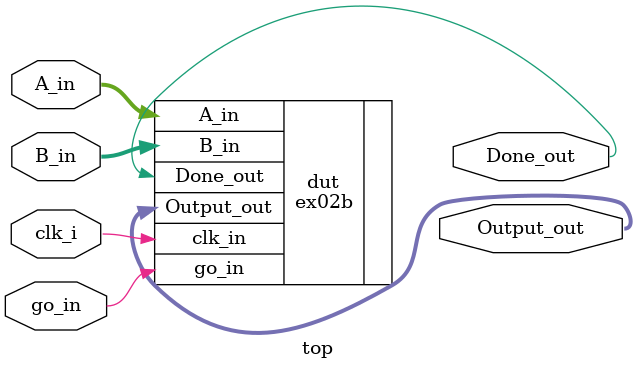
<source format=sv>
module top (
    // input
        input logic [7:0]          A_in         ,
        input logic [7:0]          B_in         ,
        input logic                clk_i        ,
        input logic                go_in        ,

    // output
        output logic               Done_out     ,
        output logic [7:0]         Output_out
     
);
//---------- Design1--------------------------------
    // ex02 #(.BusSize(8)) dut(
    //     // input
    //     .A_i(data1_i)       ,
    //     .B_i(data2_i)       ,
    //     .clk_i(clk_i)        ,

    //     // output
    //     .result_o(result_o)  
    // );

//--------- Design 2 --------------------------------
    ex02b #(.BusSize(8)) dut (
        .A_in          (A_in)      ,
        .B_in          (B_in)      ,
        .clk_in        (clk_i)     ,
        .go_in         (go_in)     ,

        .Done_out     (Done_out)   ,
        .Output_out   (Output_out)  
    );

endmodule : top 

/*      

//-- For Design1 --------------------------------
    // input
    input logic [7:0] data1_i , 
    input logic [7:0] data2_i , 
    input logic        clk_i , //sel_i,

    // output
    output logic [7:0] result_o


//-- For Design 2---------------------------------
    // input
        input logic [7:0]          A_in         ,
        input logic [7:0]          B_in         ,
        input logic                clk_i        ,
        input logic                go_in        ,

    // output
        output logic               Done_out     ,
        output logic [7:0]         Output_out

*/

</source>
